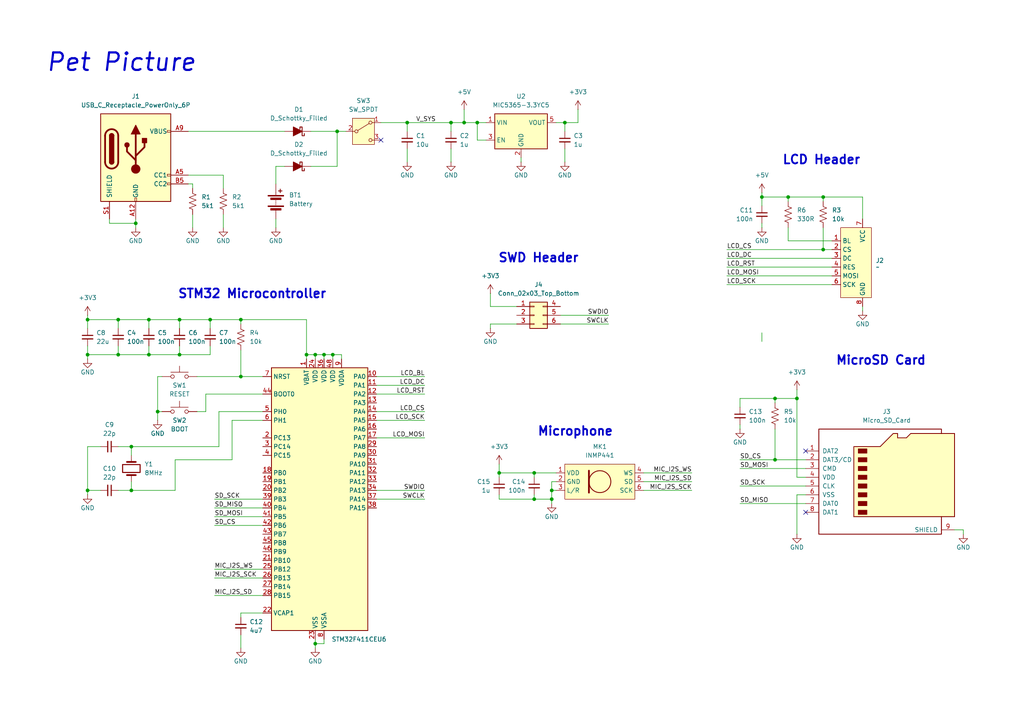
<source format=kicad_sch>
(kicad_sch (version 20231120) (generator "eeschema") (generator_version "8.0")
  (paper "A4")
  (title_block (title "Pet Picture") (date "2025-06-10") (rev "0") (company "Brady Kuhn"))
  (lib_symbols
    (symbol "Connector:Micro_SD_Card" (pin_names (offset 1.016))
      (property "Reference" "J" (at -16.51 15.24 0))
      (property "Value" "Micro_SD_Card" (at 16.51 15.24 0))
      (symbol "Micro_SD_Card_0_1"
        (rectangle (start -7.62 -9.525) (end -5.08 -10.795) (fill (type outline)))
        (rectangle (start -7.62 -6.985) (end -5.08 -8.255) (fill (type outline)))
        (rectangle (start -7.62 -4.445) (end -5.08 -5.715) (fill (type outline)))
        (rectangle (start -7.62 -1.905) (end -5.08 -3.175) (fill (type outline)))
        (rectangle (start -7.62 0.635) (end -5.08 -0.635) (fill (type outline)))
        (rectangle (start -7.62 3.175) (end -5.08 1.905) (fill (type outline)))
        (rectangle (start -7.62 5.715) (end -5.08 4.445) (fill (type outline)))
        (rectangle (start -7.62 8.255) (end -5.08 6.985) (fill (type outline)))
        (polyline (pts (xy 16.51 12.7) (xy 16.51 13.97) (xy -19.05 13.97) (xy -19.05 -16.51) (xy 16.51 -16.51) (xy 16.51 -11.43)) (stroke (width 0.254)))
        (polyline (pts (xy -8.89 -11.43) (xy -8.89 8.89) (xy -1.27 8.89) (xy 2.54 12.7) (xy 3.81 12.7) (xy 3.81 11.43) (xy 6.35 11.43) (xy 7.62 12.7) (xy 20.32 12.7) (xy 20.32 -11.43) (xy -8.89 -11.43)) (stroke (width 0.254)) (fill (type background)))
      )
      (symbol "Micro_SD_Card_1_1"
        (pin bidirectional line (at -22.86 7.62 0) (length 3.81) (name "DAT2") (number "1"))
        (pin bidirectional line (at -22.86 5.08 0) (length 3.81) (name "DAT3/CD") (number "2"))
        (pin input line (at -22.86 2.54 0) (length 3.81) (name "CMD") (number "3"))
        (pin power_in line (at -22.86 0 0) (length 3.81) (name "VDD") (number "4"))
        (pin input line (at -22.86 -2.54 0) (length 3.81) (name "CLK") (number "5"))
        (pin power_in line (at -22.86 -5.08 0) (length 3.81) (name "VSS") (number "6"))
        (pin bidirectional line (at -22.86 -7.62 0) (length 3.81) (name "DAT0") (number "7"))
        (pin bidirectional line (at -22.86 -10.16 0) (length 3.81) (name "DAT1") (number "8"))
        (pin passive line (at 20.32 -15.24 180) (length 3.81) (name "SHIELD") (number "9"))
      )
    )
    (symbol "Connector:USB_C_Receptacle_PowerOnly_6P" (pin_names (offset 1.016))
      (property "Reference" "J" (at 0 16.51 0))
      (property "Value" "USB_C_Receptacle_PowerOnly_6P" (at 0 13.97 0))
      (symbol "USB_C_Receptacle_PowerOnly_6P_0_0"
        (rectangle (start -0.254 -12.7) (end 0.254 -11.684))
        (rectangle (start 10.16 -7.366) (end 9.144 -7.874))
        (rectangle (start 10.16 -4.826) (end 9.144 -5.334))
        (rectangle (start 10.16 7.874) (end 9.144 7.366))
      )
      (symbol "USB_C_Receptacle_PowerOnly_6P_0_1"
        (rectangle (start -10.16 12.7) (end 10.16 -12.7) (stroke (width 0.254)) (fill (type background)))
        (arc (start -8.89 -1.27) (mid -6.985 -3.1667) (end -5.08 -1.27) (stroke (width 0.508)))
        (arc (start -7.62 -1.27) (mid -6.985 -1.9023) (end -6.35 -1.27) (stroke (width 0.254)))
        (arc (start -7.62 -1.27) (mid -6.985 -1.9023) (end -6.35 -1.27) (stroke (width 0.254)) (fill (type outline)))
        (rectangle (start -7.62 -1.27) (end -6.35 6.35) (stroke (width 0.254)) (fill (type outline)))
        (arc (start -6.35 6.35) (mid -6.985 6.9823) (end -7.62 6.35) (stroke (width 0.254)))
        (arc (start -6.35 6.35) (mid -6.985 6.9823) (end -7.62 6.35) (stroke (width 0.254)) (fill (type outline)))
        (arc (start -5.08 6.35) (mid -6.985 8.2467) (end -8.89 6.35) (stroke (width 0.508)))
        (circle (center -2.54 3.683) (radius 0.635) (stroke (width 0.254)) (fill (type outline)))
        (circle (center 0 -3.302) (radius 1.27) (fill (type outline)))
        (polyline (pts (xy -8.89 -1.27) (xy -8.89 6.35)) (stroke (width 0.508)))
        (polyline (pts (xy -5.08 6.35) (xy -5.08 -1.27)) (stroke (width 0.508)))
        (polyline (pts (xy 0 -3.302) (xy 0 6.858)) (stroke (width 0.508)))
        (polyline (pts (xy 0 -0.762) (xy -2.54 1.778) (xy -2.54 3.048)) (stroke (width 0.508)))
        (polyline (pts (xy 0 0.508) (xy 2.54 3.048) (xy 2.54 4.318)) (stroke (width 0.508)))
        (polyline (pts (xy -1.27 6.858) (xy 0 9.398) (xy 1.27 6.858) (xy -1.27 6.858)) (stroke (width 0.254)) (fill (type outline)))
        (rectangle (start 1.905 4.318) (end 3.175 5.588) (stroke (width 0.254)) (fill (type outline)))
      )
      (symbol "USB_C_Receptacle_PowerOnly_6P_1_1"
        (pin passive line (at 0 -17.78 90) (length 5.08) (name "GND") (number "A12"))
        (pin bidirectional line (at 15.24 -5.08 180) (length 5.08) (name "CC1") (number "A5"))
        (pin passive line (at 15.24 7.62 180) (length 5.08) (name "VBUS") (number "A9"))
        (pin passive line (at 0 -17.78 90) (length 5.08) hide (name "GND") (number "B12"))
        (pin bidirectional line (at 15.24 -7.62 180) (length 5.08) (name "CC2") (number "B5"))
        (pin passive line (at 15.24 7.62 180) (length 5.08) hide (name "VBUS") (number "B9"))
        (pin passive line (at -7.62 -17.78 90) (length 5.08) (name "SHIELD") (number "S1"))
      )
    )
    (symbol "Connector_Generic:Conn_02x03_Top_Bottom" (pin_names (offset 1.016) hide)
      (property "Reference" "J" (at 1.27 5.08 0))
      (property "Value" "Conn_02x03_Top_Bottom" (at 1.27 -5.08 0))
      (symbol "Conn_02x03_Top_Bottom_1_1"
        (rectangle (start -1.27 -2.413) (end 0 -2.667) (stroke (width 0.1524)))
        (rectangle (start -1.27 0.127) (end 0 -0.127) (stroke (width 0.1524)))
        (rectangle (start -1.27 2.667) (end 0 2.413) (stroke (width 0.1524)))
        (rectangle (start -1.27 3.81) (end 3.81 -3.81) (stroke (width 0.254)) (fill (type background)))
        (rectangle (start 3.81 -2.413) (end 2.54 -2.667) (stroke (width 0.1524)))
        (rectangle (start 3.81 0.127) (end 2.54 -0.127) (stroke (width 0.1524)))
        (rectangle (start 3.81 2.667) (end 2.54 2.413) (stroke (width 0.1524)))
        (pin passive line (at -5.08 2.54 0) (length 3.81) (name "Pin_1") (number "1"))
        (pin passive line (at -5.08 0 0) (length 3.81) (name "Pin_2") (number "2"))
        (pin passive line (at -5.08 -2.54 0) (length 3.81) (name "Pin_3") (number "3"))
        (pin passive line (at 7.62 2.54 180) (length 3.81) (name "Pin_4") (number "4"))
        (pin passive line (at 7.62 0 180) (length 3.81) (name "Pin_5") (number "5"))
        (pin passive line (at 7.62 -2.54 180) (length 3.81) (name "Pin_6") (number "6"))
      )
    )
    (symbol "Device:Battery" (pin_numbers hide) (pin_names (offset 0) hide)
      (property "Reference" "BT" (at 2.54 2.54 0))
      (property "Value" "Battery" (at 2.54 0 0))
      (symbol "Battery_0_1"
        (rectangle (start -2.286 -1.27) (end 2.286 -1.524) (fill (type outline)))
        (rectangle (start -2.286 1.778) (end 2.286 1.524) (fill (type outline)))
        (rectangle (start -1.524 -2.032) (end 1.524 -2.54) (fill (type outline)))
        (rectangle (start -1.524 1.016) (end 1.524 0.508) (fill (type outline)))
        (polyline (pts (xy 0 -1.016) (xy 0 -0.762)))
        (polyline (pts (xy 0 -0.508) (xy 0 -0.254)))
        (polyline (pts (xy 0 0) (xy 0 0.254)))
        (polyline (pts (xy 0 1.778) (xy 0 2.54)))
        (polyline (pts (xy 0.762 3.048) (xy 1.778 3.048)) (stroke (width 0.254)))
        (polyline (pts (xy 1.27 3.556) (xy 1.27 2.54)) (stroke (width 0.254)))
      )
      (symbol "Battery_1_1"
        (pin passive line (at 0 5.08 270) (length 2.54) (name "+") (number "1"))
        (pin passive line (at 0 -5.08 90) (length 2.54) (name "-") (number "2"))
      )
    )
    (symbol "Device:C_Small" (pin_numbers hide) (pin_names (offset 0.254) hide)
      (property "Reference" "C" (at 0.254 1.778 0))
      (property "Value" "C_Small" (at 0.254 -2.032 0))
      (symbol "C_Small_0_1"
        (polyline (pts (xy -1.524 -0.508) (xy 1.524 -0.508)) (stroke (width 0.3302)))
        (polyline (pts (xy -1.524 0.508) (xy 1.524 0.508)) (stroke (width 0.3048)))
      )
      (symbol "C_Small_1_1"
        (pin passive line (at 0 2.54 270) (length 2.032) (name "~") (number "1"))
        (pin passive line (at 0 -2.54 90) (length 2.032) (name "~") (number "2"))
      )
    )
    (symbol "Device:Crystal" (pin_numbers hide) (pin_names (offset 1.016) hide)
      (property "Reference" "Y" (at 0 3.81 0))
      (property "Value" "Crystal" (at 0 -3.81 0))
      (symbol "Crystal_0_1"
        (rectangle (start -1.143 2.54) (end 1.143 -2.54) (stroke (width 0.3048)))
        (polyline (pts (xy -2.54 0) (xy -1.905 0)))
        (polyline (pts (xy -1.905 -1.27) (xy -1.905 1.27)) (stroke (width 0.508)))
        (polyline (pts (xy 1.905 -1.27) (xy 1.905 1.27)) (stroke (width 0.508)))
        (polyline (pts (xy 2.54 0) (xy 1.905 0)))
      )
      (symbol "Crystal_1_1"
        (pin passive line (at -3.81 0 0) (length 1.27) (name "1") (number "1"))
        (pin passive line (at 3.81 0 180) (length 1.27) (name "2") (number "2"))
      )
    )
    (symbol "Device:D_Schottky_Filled" (pin_numbers hide) (pin_names (offset 1.016) hide)
      (property "Reference" "D" (at 0 2.54 0))
      (property "Value" "D_Schottky_Filled" (at 0 -2.54 0))
      (symbol "D_Schottky_Filled_0_1"
        (polyline (pts (xy 1.27 0) (xy -1.27 0)))
        (polyline (pts (xy 1.27 1.27) (xy 1.27 -1.27) (xy -1.27 0) (xy 1.27 1.27)) (stroke (width 0.254)) (fill (type outline)))
        (polyline (pts (xy -1.905 0.635) (xy -1.905 1.27) (xy -1.27 1.27) (xy -1.27 -1.27) (xy -0.635 -1.27) (xy -0.635 -0.635)) (stroke (width 0.254)))
      )
      (symbol "D_Schottky_Filled_1_1"
        (pin passive line (at -3.81 0 0) (length 2.54) (name "K") (number "1"))
        (pin passive line (at 3.81 0 180) (length 2.54) (name "A") (number "2"))
      )
    )
    (symbol "Device:R_US" (pin_numbers hide) (pin_names (offset 0))
      (property "Reference" "R" (at 2.54 0 90))
      (property "Value" "R_US" (at -2.54 0 90))
      (symbol "R_US_0_1"
        (polyline (pts (xy 0 -2.286) (xy 0 -2.54)))
        (polyline (pts (xy 0 2.286) (xy 0 2.54)))
        (polyline (pts (xy 0 -0.762) (xy 1.016 -1.143) (xy 0 -1.524) (xy -1.016 -1.905) (xy 0 -2.286)))
        (polyline (pts (xy 0 0.762) (xy 1.016 0.381) (xy 0 0) (xy -1.016 -0.381) (xy 0 -0.762)))
        (polyline (pts (xy 0 2.286) (xy 1.016 1.905) (xy 0 1.524) (xy -1.016 1.143) (xy 0 0.762)))
      )
      (symbol "R_US_1_1"
        (pin passive line (at 0 3.81 270) (length 1.27) (name "~") (number "1"))
        (pin passive line (at 0 -3.81 90) (length 1.27) (name "~") (number "2"))
      )
    )
    (symbol "Headers:9-pin_LCD_header"
      (property "Reference" "J" (at 10.16 1.27 0))
      (symbol "9-pin_LCD_header_1_1"
        (rectangle (start 0 0) (end 20.32 -8.89) (fill (type background)))
        (pin input line (at 3.81 -11.43 90) (length 2.54) (name "BL") (number "1"))
        (pin input line (at 6.35 -11.43 90) (length 2.54) (name "CS") (number "2"))
        (pin input line (at 8.89 -11.43 90) (length 2.54) (name "DC") (number "3"))
        (pin input line (at 11.43 -11.43 90) (length 2.54) (name "RES") (number "4"))
        (pin input line (at 13.97 -11.43 90) (length 2.54) (name "MOSI") (number "5"))
        (pin input line (at 16.51 -11.43 90) (length 2.54) (name "SCK") (number "6"))
        (pin power_in line (at -2.54 -2.54 0) (length 2.54) (name "VCC") (number "7"))
        (pin power_in line (at 22.86 -2.54 180) (length 2.54) (name "GND") (number "8"))
      )
    )
    (symbol "MCU_ST_STM32F4:STM32F411CEUx"
      (property "Reference" "U" (at -12.7 39.37 0))
      (property "Value" "STM32F411CEUx" (at 10.16 39.37 0))
      (symbol "STM32F411CEUx_0_1"
        (rectangle (start -12.7 -38.1) (end 15.24 38.1) (stroke (width 0.254)) (fill (type background)))
      )
      (symbol "STM32F411CEUx_1_1"
        (pin power_in line (at -2.54 40.64 270) (length 2.54) (name "VBAT") (number "1"))
        (pin bidirectional line (at 17.78 35.56 180) (length 2.54) (name "PA0") (number "10"))
        (pin bidirectional line (at 17.78 33.02 180) (length 2.54) (name "PA1") (number "11"))
        (pin bidirectional line (at 17.78 30.48 180) (length 2.54) (name "PA2") (number "12"))
        (pin bidirectional line (at 17.78 27.94 180) (length 2.54) (name "PA3") (number "13"))
        (pin bidirectional line (at 17.78 25.4 180) (length 2.54) (name "PA4") (number "14"))
        (pin bidirectional line (at 17.78 22.86 180) (length 2.54) (name "PA5") (number "15"))
        (pin bidirectional line (at 17.78 20.32 180) (length 2.54) (name "PA6") (number "16"))
        (pin bidirectional line (at 17.78 17.78 180) (length 2.54) (name "PA7") (number "17"))
        (pin bidirectional line (at -15.24 7.62 0) (length 2.54) (name "PB0") (number "18"))
        (pin bidirectional line (at -15.24 5.08 0) (length 2.54) (name "PB1") (number "19"))
        (pin bidirectional line (at -15.24 17.78 0) (length 2.54) (name "PC13") (number "2"))
        (pin bidirectional line (at -15.24 2.54 0) (length 2.54) (name "PB2") (number "20"))
        (pin bidirectional line (at -15.24 -17.78 0) (length 2.54) (name "PB10") (number "21"))
        (pin power_out line (at -15.24 -33.02 0) (length 2.54) (name "VCAP1") (number "22"))
        (pin power_in line (at 0 -40.64 90) (length 2.54) (name "VSS") (number "23"))
        (pin power_in line (at 0 40.64 270) (length 2.54) (name "VDD") (number "24"))
        (pin bidirectional line (at -15.24 -20.32 0) (length 2.54) (name "PB12") (number "25"))
        (pin bidirectional line (at -15.24 -22.86 0) (length 2.54) (name "PB13") (number "26"))
        (pin bidirectional line (at -15.24 -25.4 0) (length 2.54) (name "PB14") (number "27"))
        (pin bidirectional line (at -15.24 -27.94 0) (length 2.54) (name "PB15") (number "28"))
        (pin bidirectional line (at 17.78 15.24 180) (length 2.54) (name "PA8") (number "29"))
        (pin bidirectional line (at -15.24 15.24 0) (length 2.54) (name "PC14") (number "3"))
        (pin bidirectional line (at 17.78 12.7 180) (length 2.54) (name "PA9") (number "30"))
        (pin bidirectional line (at 17.78 10.16 180) (length 2.54) (name "PA10") (number "31"))
        (pin bidirectional line (at 17.78 7.62 180) (length 2.54) (name "PA11") (number "32"))
        (pin bidirectional line (at 17.78 5.08 180) (length 2.54) (name "PA12") (number "33"))
        (pin bidirectional line (at 17.78 2.54 180) (length 2.54) (name "PA13") (number "34"))
        (pin passive line (at 0 -40.64 90) (length 2.54) hide (name "VSS") (number "35"))
        (pin power_in line (at 2.54 40.64 270) (length 2.54) (name "VDD") (number "36"))
        (pin bidirectional line (at 17.78 0 180) (length 2.54) (name "PA14") (number "37"))
        (pin bidirectional line (at 17.78 -2.54 180) (length 2.54) (name "PA15") (number "38"))
        (pin bidirectional line (at -15.24 0 0) (length 2.54) (name "PB3") (number "39"))
        (pin bidirectional line (at -15.24 12.7 0) (length 2.54) (name "PC15") (number "4"))
        (pin bidirectional line (at -15.24 -2.54 0) (length 2.54) (name "PB4") (number "40"))
        (pin bidirectional line (at -15.24 -5.08 0) (length 2.54) (name "PB5") (number "41"))
        (pin bidirectional line (at -15.24 -7.62 0) (length 2.54) (name "PB6") (number "42"))
        (pin bidirectional line (at -15.24 -10.16 0) (length 2.54) (name "PB7") (number "43"))
        (pin input line (at -15.24 30.48 0) (length 2.54) (name "BOOT0") (number "44"))
        (pin bidirectional line (at -15.24 -12.7 0) (length 2.54) (name "PB8") (number "45"))
        (pin bidirectional line (at -15.24 -15.24 0) (length 2.54) (name "PB9") (number "46"))
        (pin passive line (at 0 -40.64 90) (length 2.54) hide (name "VSS") (number "47"))
        (pin power_in line (at 5.08 40.64 270) (length 2.54) (name "VDD") (number "48"))
        (pin passive line (at 0 -40.64 90) (length 2.54) hide (name "VSS") (number "49"))
        (pin bidirectional line (at -15.24 25.4 0) (length 2.54) (name "PH0") (number "5"))
        (pin bidirectional line (at -15.24 22.86 0) (length 2.54) (name "PH1") (number "6"))
        (pin input line (at -15.24 35.56 0) (length 2.54) (name "NRST") (number "7"))
        (pin power_in line (at 2.54 -40.64 90) (length 2.54) (name "VSSA") (number "8"))
        (pin power_in line (at 7.62 40.64 270) (length 2.54) (name "VDDA") (number "9"))
      )
    )
    (symbol "Microphone:INMP441"
      (property "Reference" "MK" (at 10.16 3.556 0))
      (property "Value" "INMP441" (at 10.16 1.27 0))
      (symbol "INMP441_1_1"
        (polyline (pts (xy 6.985 -1.905) (xy 6.985 -8.255)) (stroke (width 0.508)))
        (rectangle (start 0 0) (end 20.32 -10.16) (fill (type background)))
        (circle (center 10.16 -5.08) (radius 3.175) (stroke (width 0.254)))
        (pin bidirectional line (at -2.54 -2.54 0) (length 2.54) (name "VDD") (number "1"))
        (pin bidirectional line (at -2.54 -5.08 0) (length 2.54) (name "GND") (number "2"))
        (pin bidirectional line (at -2.54 -7.62 0) (length 2.54) (name "L/R") (number "3"))
        (pin bidirectional line (at 22.86 -2.54 180) (length 2.54) (name "WS") (number "4"))
        (pin bidirectional line (at 22.86 -5.08 180) (length 2.54) (name "SD") (number "5"))
        (pin bidirectional line (at 22.86 -7.62 180) (length 2.54) (name "SCK") (number "6"))
      )
    )
    (symbol "Regulator_Linear:MIC5365-3.3YC5"
      (property "Reference" "U" (at -6.35 6.35 0))
      (property "Value" "MIC5365-3.3YC5" (at 0 6.35 0))
      (symbol "MIC5365-3.3YC5_0_1"
        (rectangle (start -7.62 -5.08) (end 7.62 5.08) (stroke (width 0.254)) (fill (type background)))
      )
      (symbol "MIC5365-3.3YC5_1_1"
        (pin power_in line (at -10.16 2.54 0) (length 2.54) (name "VIN") (number "1"))
        (pin power_in line (at 0 -7.62 90) (length 2.54) (name "GND") (number "2"))
        (pin input line (at -10.16 -2.54 0) (length 2.54) (name "EN") (number "3"))
        (pin no_connect line (at 7.62 -2.54 180) (length 2.54) hide (name "NC") (number "4"))
        (pin power_out line (at 10.16 2.54 180) (length 2.54) (name "VOUT") (number "5"))
      )
    )
    (symbol "Switch:SW_Push" (pin_numbers hide) (pin_names (offset 1.016) hide)
      (property "Reference" "SW" (at 1.27 2.54 0))
      (property "Value" "SW_Push" (at 0 -1.524 0))
      (symbol "SW_Push_0_1"
        (circle (center -2.032 0) (radius 0.508))
        (polyline (pts (xy 0 1.27) (xy 0 3.048)))
        (polyline (pts (xy 2.54 1.27) (xy -2.54 1.27)))
        (circle (center 2.032 0) (radius 0.508))
        (pin passive line (at -5.08 0 0) (length 2.54) (name "1") (number "1"))
        (pin passive line (at 5.08 0 180) (length 2.54) (name "2") (number "2"))
      )
    )
    (symbol "Switch:SW_SPDT" (pin_names (offset 0) hide)
      (property "Reference" "SW" (at 0 5.08 0))
      (property "Value" "SW_SPDT" (at 0 -5.08 0))
      (symbol "SW_SPDT_0_1"
        (circle (center -2.032 0) (radius 0.4572))
        (polyline (pts (xy -1.651 0.254) (xy 1.651 2.286)))
        (circle (center 2.032 -2.54) (radius 0.4572))
        (circle (center 2.032 2.54) (radius 0.4572))
      )
      (symbol "SW_SPDT_1_1"
        (rectangle (start -3.175 3.81) (end 3.175 -3.81) (fill (type background)))
        (pin passive line (at 5.08 2.54 180) (length 2.54) (name "A") (number "1"))
        (pin passive line (at -5.08 0 0) (length 2.54) (name "B") (number "2"))
        (pin passive line (at 5.08 -2.54 180) (length 2.54) (name "C") (number "3"))
      )
    )
    (symbol "power:+3V3" (power) (pin_numbers hide) (pin_names (offset 0) hide)
      (property "Value" "+3V3" (at 0 3.556 0))
      (symbol "+3V3_0_1"
        (polyline (pts (xy -0.762 1.27) (xy 0 2.54)))
        (polyline (pts (xy 0 0) (xy 0 2.54)))
        (polyline (pts (xy 0 2.54) (xy 0.762 1.27)))
      )
      (symbol "+3V3_1_1"
        (pin power_in line (at 0 0 90) (length 0) (name "~") (number "1"))
      )
    )
    (symbol "power:+5V" (power) (pin_numbers hide) (pin_names (offset 0) hide)
      (property "Value" "+5V" (at 0 3.556 0))
      (symbol "+5V_0_1"
        (polyline (pts (xy -0.762 1.27) (xy 0 2.54)))
        (polyline (pts (xy 0 0) (xy 0 2.54)))
        (polyline (pts (xy 0 2.54) (xy 0.762 1.27)))
      )
      (symbol "+5V_1_1"
        (pin power_in line (at 0 0 90) (length 0) (name "~") (number "1"))
      )
    )
    (symbol "power:GND" (power) (pin_numbers hide) (pin_names (offset 0) hide)
      (property "Value" "GND" (at 0 -3.81 0))
      (symbol "GND_0_1"
        (polyline (pts (xy 0 0) (xy 0 -1.27) (xy 1.27 -1.27) (xy 0 -2.54) (xy -1.27 -1.27) (xy 0 -1.27)))
      )
      (symbol "GND_1_1"
        (pin power_in line (at 0 0 270) (length 0) (name "~") (number "1"))
      )
    )
  )
  (junction (at 43.18 92.71))
  (junction (at 45.72 119.38))
  (junction (at 25.4 102.87))
  (junction (at 52.07 92.71))
  (junction (at 88.9 102.87))
  (junction (at 69.85 92.71))
  (junction (at 238.76 72.39))
  (junction (at 238.76 57.15))
  (junction (at 144.78 137.16))
  (junction (at 25.4 142.24))
  (junction (at 39.37 64.77))
  (junction (at 52.07 102.87))
  (junction (at 118.11 35.56))
  (junction (at 38.1 142.24))
  (junction (at 60.96 92.71))
  (junction (at 163.83 35.56))
  (junction (at 224.79 133.35))
  (junction (at 38.1 129.54))
  (junction (at 93.98 102.87))
  (junction (at 154.94 144.78))
  (junction (at 34.29 92.71))
  (junction (at 69.85 109.22))
  (junction (at 160.02 144.78))
  (junction (at 228.6 57.15))
  (junction (at 154.94 137.16))
  (junction (at 25.4 92.71))
  (junction (at 134.62 35.56))
  (junction (at 224.79 115.57))
  (junction (at 91.44 186.69))
  (junction (at 231.14 115.57))
  (junction (at 43.18 102.87))
  (junction (at 91.44 102.87))
  (junction (at 220.98 57.15))
  (junction (at 160.02 142.24))
  (junction (at 97.79 38.1))
  (junction (at 138.43 35.56))
  (junction (at 96.52 102.87))
  (junction (at 34.29 102.87))
  (junction (at 130.81 35.56))
  (no_connect (at 110.49 40.64))
  (no_connect (at 233.68 148.59))
  (no_connect (at 233.68 130.81))
  (wire (pts (xy 93.98 186.69) (xy 91.44 186.69)))
  (wire (pts (xy 34.29 92.71) (xy 43.18 92.71)))
  (wire (pts (xy 160.02 139.7) (xy 160.02 142.24)))
  (wire (pts (xy 39.37 66.04) (xy 39.37 64.77)))
  (wire (pts (xy 214.63 118.11) (xy 214.63 115.57)))
  (wire (pts (xy 62.23 165.1) (xy 76.2 165.1)))
  (wire (pts (xy 109.22 142.24) (xy 123.19 142.24)))
  (wire (pts (xy 25.4 142.24) (xy 25.4 143.51)))
  (wire (pts (xy 80.01 63.5) (xy 80.01 66.04)))
  (wire (pts (xy 210.82 82.55) (xy 241.3 82.55)))
  (wire (pts (xy 54.61 38.1) (xy 82.55 38.1)))
  (wire (pts (xy 62.23 167.64) (xy 76.2 167.64)))
  (wire (pts (xy 186.69 139.7) (xy 200.66 139.7)))
  (wire (pts (xy 76.2 119.38) (xy 63.5 119.38)))
  (wire (pts (xy 109.22 144.78) (xy 123.19 144.78)))
  (wire (pts (xy 50.8 133.35) (xy 50.8 142.24)))
  (wire (pts (xy 210.82 77.47) (xy 241.3 77.47)))
  (wire (pts (xy 43.18 102.87) (xy 34.29 102.87)))
  (wire (pts (xy 214.63 115.57) (xy 224.79 115.57)))
  (wire (pts (xy 90.17 48.26) (xy 97.79 48.26)))
  (wire (pts (xy 34.29 129.54) (xy 38.1 129.54)))
  (wire (pts (xy 46.99 109.22) (xy 45.72 109.22)))
  (wire (pts (xy 220.98 57.15) (xy 228.6 57.15)))
  (wire (pts (xy 69.85 101.6) (xy 69.85 109.22)))
  (wire (pts (xy 110.49 35.56) (xy 118.11 35.56)))
  (wire (pts (xy 38.1 142.24) (xy 34.29 142.24)))
  (wire (pts (xy 109.22 114.3) (xy 123.19 114.3)))
  (wire (pts (xy 231.14 115.57) (xy 231.14 138.43)))
  (wire (pts (xy 25.4 92.71) (xy 34.29 92.71)))
  (wire (pts (xy 64.77 50.8) (xy 64.77 54.61)))
  (wire (pts (xy 154.94 138.43) (xy 154.94 137.16)))
  (wire (pts (xy 62.23 152.4) (xy 76.2 152.4)))
  (wire (pts (xy 214.63 146.05) (xy 233.68 146.05)))
  (wire (pts (xy 57.15 109.22) (xy 69.85 109.22)))
  (wire (pts (xy 63.5 119.38) (xy 63.5 129.54)))
  (wire (pts (xy 109.22 111.76) (xy 123.19 111.76)))
  (wire (pts (xy 63.5 129.54) (xy 38.1 129.54)))
  (wire (pts (xy 60.96 100.33) (xy 60.96 102.87)))
  (wire (pts (xy 69.85 177.8) (xy 69.85 179.07)))
  (wire (pts (xy 31.75 64.77) (xy 39.37 64.77)))
  (wire (pts (xy 276.86 153.67) (xy 279.4 153.67)))
  (wire (pts (xy 233.68 138.43) (xy 231.14 138.43)))
  (wire (pts (xy 50.8 133.35) (xy 67.31 133.35)))
  (wire (pts (xy 69.85 184.15) (xy 69.85 187.96)))
  (wire (pts (xy 25.4 95.25) (xy 25.4 92.71)))
  (wire (pts (xy 220.98 64.77) (xy 220.98 66.04)))
  (wire (pts (xy 97.79 38.1) (xy 90.17 38.1)))
  (wire (pts (xy 228.6 57.15) (xy 228.6 58.42)))
  (wire (pts (xy 238.76 66.04) (xy 238.76 72.39)))
  (wire (pts (xy 43.18 92.71) (xy 52.07 92.71)))
  (wire (pts (xy 162.56 91.44) (xy 176.53 91.44)))
  (wire (pts (xy 54.61 50.8) (xy 64.77 50.8)))
  (wire (pts (xy 80.01 53.34) (xy 80.01 48.26)))
  (wire (pts (xy 91.44 102.87) (xy 91.44 104.14)))
  (wire (pts (xy 109.22 109.22) (xy 123.19 109.22)))
  (wire (pts (xy 52.07 92.71) (xy 52.07 95.25)))
  (wire (pts (xy 69.85 92.71) (xy 88.9 92.71)))
  (wire (pts (xy 149.86 88.9) (xy 142.24 88.9)))
  (wire (pts (xy 167.64 35.56) (xy 163.83 35.56)))
  (wire (pts (xy 67.31 121.92) (xy 76.2 121.92)))
  (wire (pts (xy 60.96 102.87) (xy 52.07 102.87)))
  (wire (pts (xy 97.79 48.26) (xy 97.79 38.1)))
  (wire (pts (xy 151.13 45.72) (xy 151.13 46.99)))
  (wire (pts (xy 154.94 144.78) (xy 160.02 144.78)))
  (wire (pts (xy 54.61 53.34) (xy 55.88 53.34)))
  (wire (pts (xy 130.81 35.56) (xy 130.81 38.1)))
  (wire (pts (xy 238.76 57.15) (xy 250.19 57.15)))
  (wire (pts (xy 99.06 102.87) (xy 96.52 102.87)))
  (wire (pts (xy 220.98 55.88) (xy 220.98 57.15)))
  (wire (pts (xy 69.85 92.71) (xy 69.85 93.98)))
  (wire (pts (xy 52.07 92.71) (xy 60.96 92.71)))
  (wire (pts (xy 154.94 143.51) (xy 154.94 144.78)))
  (wire (pts (xy 210.82 74.93) (xy 241.3 74.93)))
  (wire (pts (xy 25.4 142.24) (xy 25.4 129.54)))
  (wire (pts (xy 220.98 57.15) (xy 220.98 59.69)))
  (wire (pts (xy 279.4 153.67) (xy 279.4 154.94)))
  (wire (pts (xy 109.22 119.38) (xy 123.19 119.38)))
  (wire (pts (xy 64.77 62.23) (xy 64.77 66.04)))
  (wire (pts (xy 93.98 102.87) (xy 93.98 104.14)))
  (wire (pts (xy 76.2 177.8) (xy 69.85 177.8)))
  (wire (pts (xy 163.83 38.1) (xy 163.83 35.56)))
  (wire (pts (xy 88.9 102.87) (xy 88.9 104.14)))
  (wire (pts (xy 210.82 72.39) (xy 238.76 72.39)))
  (wire (pts (xy 154.94 137.16) (xy 161.29 137.16)))
  (wire (pts (xy 99.06 104.14) (xy 99.06 102.87)))
  (wire (pts (xy 162.56 93.98) (xy 176.53 93.98)))
  (wire (pts (xy 55.88 62.23) (xy 55.88 66.04)))
  (wire (pts (xy 224.79 124.46) (xy 224.79 133.35)))
  (wire (pts (xy 69.85 109.22) (xy 76.2 109.22)))
  (wire (pts (xy 118.11 38.1) (xy 118.11 35.56)))
  (wire (pts (xy 62.23 147.32) (xy 76.2 147.32)))
  (wire (pts (xy 45.72 119.38) (xy 46.99 119.38)))
  (wire (pts (xy 80.01 48.26) (xy 82.55 48.26)))
  (wire (pts (xy 228.6 69.85) (xy 241.3 69.85)))
  (wire (pts (xy 144.78 143.51) (xy 144.78 144.78)))
  (wire (pts (xy 186.69 137.16) (xy 200.66 137.16)))
  (wire (pts (xy 214.63 140.97) (xy 233.68 140.97)))
  (wire (pts (xy 231.14 143.51) (xy 231.14 154.94)))
  (wire (pts (xy 50.8 142.24) (xy 38.1 142.24)))
  (wire (pts (xy 138.43 35.56) (xy 140.97 35.56)))
  (wire (pts (xy 220.98 96.52) (xy 220.98 99.06)))
  (wire (pts (xy 34.29 95.25) (xy 34.29 92.71)))
  (wire (pts (xy 93.98 185.42) (xy 93.98 186.69)))
  (wire (pts (xy 62.23 149.86) (xy 76.2 149.86)))
  (wire (pts (xy 25.4 100.33) (xy 25.4 102.87)))
  (wire (pts (xy 144.78 144.78) (xy 154.94 144.78)))
  (wire (pts (xy 214.63 123.19) (xy 214.63 124.46)))
  (wire (pts (xy 97.79 38.1) (xy 100.33 38.1)))
  (wire (pts (xy 142.24 88.9) (xy 142.24 85.09)))
  (wire (pts (xy 91.44 186.69) (xy 91.44 187.96)))
  (wire (pts (xy 228.6 66.04) (xy 228.6 69.85)))
  (wire (pts (xy 130.81 35.56) (xy 134.62 35.56)))
  (wire (pts (xy 55.88 53.34) (xy 55.88 54.61)))
  (wire (pts (xy 228.6 57.15) (xy 238.76 57.15)))
  (wire (pts (xy 134.62 35.56) (xy 138.43 35.56)))
  (wire (pts (xy 149.86 93.98) (xy 142.24 93.98)))
  (wire (pts (xy 109.22 127) (xy 123.19 127)))
  (wire (pts (xy 142.24 93.98) (xy 142.24 95.25)))
  (wire (pts (xy 34.29 100.33) (xy 34.29 102.87)))
  (wire (pts (xy 224.79 115.57) (xy 224.79 116.84)))
  (wire (pts (xy 31.75 63.5) (xy 31.75 64.77)))
  (wire (pts (xy 96.52 102.87) (xy 93.98 102.87)))
  (wire (pts (xy 38.1 139.7) (xy 38.1 142.24)))
  (wire (pts (xy 96.52 104.14) (xy 96.52 102.87)))
  (wire (pts (xy 250.19 57.15) (xy 250.19 63.5)))
  (wire (pts (xy 144.78 138.43) (xy 144.78 137.16)))
  (wire (pts (xy 118.11 35.56) (xy 130.81 35.56)))
  (wire (pts (xy 250.19 90.17) (xy 250.19 88.9)))
  (wire (pts (xy 224.79 115.57) (xy 231.14 115.57)))
  (wire (pts (xy 161.29 139.7) (xy 160.02 139.7)))
  (wire (pts (xy 39.37 63.5) (xy 39.37 64.77)))
  (wire (pts (xy 130.81 43.18) (xy 130.81 46.99)))
  (wire (pts (xy 43.18 92.71) (xy 43.18 95.25)))
  (wire (pts (xy 25.4 129.54) (xy 29.21 129.54)))
  (wire (pts (xy 67.31 133.35) (xy 67.31 121.92)))
  (wire (pts (xy 59.69 119.38) (xy 59.69 114.3)))
  (wire (pts (xy 160.02 142.24) (xy 160.02 144.78)))
  (wire (pts (xy 62.23 172.72) (xy 76.2 172.72)))
  (wire (pts (xy 60.96 92.71) (xy 60.96 95.25)))
  (wire (pts (xy 88.9 92.71) (xy 88.9 102.87)))
  (wire (pts (xy 214.63 133.35) (xy 224.79 133.35)))
  (wire (pts (xy 163.83 43.18) (xy 163.83 46.99)))
  (wire (pts (xy 25.4 102.87) (xy 25.4 104.14)))
  (wire (pts (xy 91.44 102.87) (xy 88.9 102.87)))
  (wire (pts (xy 186.69 142.24) (xy 200.66 142.24)))
  (wire (pts (xy 163.83 35.56) (xy 161.29 35.56)))
  (wire (pts (xy 214.63 135.89) (xy 233.68 135.89)))
  (wire (pts (xy 140.97 40.64) (xy 138.43 40.64)))
  (wire (pts (xy 60.96 92.71) (xy 69.85 92.71)))
  (wire (pts (xy 25.4 91.44) (xy 25.4 92.71)))
  (wire (pts (xy 45.72 109.22) (xy 45.72 119.38)))
  (wire (pts (xy 224.79 133.35) (xy 233.68 133.35)))
  (wire (pts (xy 144.78 134.62) (xy 144.78 137.16)))
  (wire (pts (xy 25.4 102.87) (xy 34.29 102.87)))
  (wire (pts (xy 160.02 142.24) (xy 161.29 142.24)))
  (wire (pts (xy 231.14 113.03) (xy 231.14 115.57)))
  (wire (pts (xy 138.43 40.64) (xy 138.43 35.56)))
  (wire (pts (xy 210.82 80.01) (xy 241.3 80.01)))
  (wire (pts (xy 38.1 129.54) (xy 38.1 132.08)))
  (wire (pts (xy 160.02 144.78) (xy 160.02 146.05)))
  (wire (pts (xy 93.98 102.87) (xy 91.44 102.87)))
  (wire (pts (xy 57.15 119.38) (xy 59.69 119.38)))
  (wire (pts (xy 52.07 102.87) (xy 43.18 102.87)))
  (wire (pts (xy 241.3 72.39) (xy 238.76 72.39)))
  (wire (pts (xy 238.76 58.42) (xy 238.76 57.15)))
  (wire (pts (xy 109.22 121.92) (xy 123.19 121.92)))
  (wire (pts (xy 45.72 119.38) (xy 45.72 121.92)))
  (wire (pts (xy 118.11 43.18) (xy 118.11 46.99)))
  (wire (pts (xy 233.68 143.51) (xy 231.14 143.51)))
  (wire (pts (xy 62.23 144.78) (xy 76.2 144.78)))
  (wire (pts (xy 43.18 100.33) (xy 43.18 102.87)))
  (wire (pts (xy 29.21 142.24) (xy 25.4 142.24)))
  (wire (pts (xy 59.69 114.3) (xy 76.2 114.3)))
  (wire (pts (xy 134.62 31.75) (xy 134.62 35.56)))
  (wire (pts (xy 91.44 185.42) (xy 91.44 186.69)))
  (wire (pts (xy 144.78 137.16) (xy 154.94 137.16)))
  (wire (pts (xy 167.64 31.75) (xy 167.64 35.56)))
  (wire (pts (xy 52.07 100.33) (xy 52.07 102.87)))
  (text "STM32 Microcontroller" (at 73.152 85.344 0) (effects (font (size 2.54 2.54) (thickness 0.508) (bold yes))))
  (text "LCD Header" (at 238.252 46.482 0) (effects (font (size 2.54 2.54) (thickness 0.508) (bold yes))))
  (text "SWD Header" (at 156.21 74.93 0) (effects (font (size 2.54 2.54) (thickness 0.508) (bold yes))))
  (text "Pet Picture" (at 13.208 15.24 0) (effects (font (size 5.08 5.08) (thickness 0.635) (italic yes)) (justify left top)))
  (text "MicroSD Card" (at 255.524 104.648 0) (effects (font (size 2.54 2.54) (thickness 0.508) (bold yes))))
  (text "Microphone" (at 166.878 125.222 0) (effects (font (size 2.54 2.54) (thickness 0.508) (bold yes))))
  (label "SD_SCK" (at 62.23 144.78 0))
  (label "LCD_DC" (at 210.82 74.93 0))
  (label "LCD_DC" (at 123.19 111.76 180))
  (label "LCD_CS" (at 123.19 119.38 180))
  (label "SD_CS" (at 214.63 133.35 0))
  (label "LCD_CS" (at 210.82 72.39 0))
  (label "SD_CS" (at 62.23 152.4 0))
  (label "LCD_SCK" (at 210.82 82.55 0))
  (label "SWDIO" (at 176.53 91.44 180))
  (label "MIC_I2S_SCK" (at 200.66 142.24 180))
  (label "MIC_I2S_SD" (at 200.66 139.7 180))
  (label "SD_SCK" (at 214.63 140.97 0))
  (label "LCD_MOSI" (at 210.82 80.01 0))
  (label "LCD_MOSI" (at 123.19 127 180))
  (label "MIC_I2S_SCK" (at 62.23 167.64 0))
  (label "SD_MISO" (at 214.63 146.05 0))
  (label "LCD_BL" (at 123.19 109.22 180))
  (label "LCD_RST" (at 210.82 77.47 0))
  (label "SWCLK" (at 176.53 93.98 180))
  (label "SD_MOSI" (at 214.63 135.89 0))
  (label "LCD_SCK" (at 123.19 121.92 180))
  (label "SD_MISO" (at 62.23 147.32 0))
  (label "MIC_I2S_WS" (at 62.23 165.1 0))
  (label "LCD_RST" (at 123.19 114.3 180))
  (label "MIC_I2S_WS" (at 200.66 137.16 180))
  (label "SWCLK" (at 123.19 144.78 180))
  (label "SD_MOSI" (at 62.23 149.86 0))
  (label "MIC_I2S_SD" (at 62.23 172.72 0))
  (label "V_SYS" (at 120.65 35.56 0))
  (label "SWDIO" (at 123.19 142.24 180))
  (symbol (lib_id "power:GND") (at 214.63 124.46 0) (unit 1)
    (property "Reference" "#PWR022" (effects (hide yes)))
    (property "Value" "GND" (at 214.63 128.27 0))
    (property "Description" "Power symbol creates a global label with name \"GND\" , ground" (effects (hide yes)))
  )
  (symbol (lib_id "Device:C_Small") (at 130.81 40.64 0) (unit 1)
    (property "Reference" "C2" (at 133.35 39.3762 0) (effects (justify left)))
    (property "Value" "1u" (at 133.35 41.9162 0) (effects (justify left)))
    (property "Description" "Unpolarized capacitor, small symbol" (effects (hide yes)))
  )
  (symbol (lib_id "power:GND") (at 55.88 66.04 0) (unit 1)
    (property "Reference" "#PWR02" (effects (hide yes)))
    (property "Value" "GND" (at 55.88 69.85 0))
    (property "Description" "Power symbol creates a global label with name \"GND\" , ground" (effects (hide yes)))
  )
  (symbol (lib_id "Headers:9-pin_LCD_header") (at 252.73 66.04 270) (unit 1)
    (property "Reference" "J2" (at 254 75.5649 90) (effects (justify left)))
    (property "Value" "~" (at 254 77.47 90) (effects (justify left)))
    (property "Footprint" "Connector_PinSocket_2.54mm:PinSocket_1x08_P2.54mm_Vertical" (effects (hide yes)))
  )
  (symbol (lib_id "power:GND") (at 25.4 143.51 0) (mirror y) (unit 1)
    (property "Reference" "#PWR013" (effects (hide yes)))
    (property "Value" "GND" (at 25.4 147.32 0))
    (property "Description" "Power symbol creates a global label with name \"GND\" , ground" (effects (hide yes)))
  )
  (symbol (lib_id "power:GND") (at 142.24 95.25 0) (unit 1)
    (property "Reference" "#PWR027" (effects (hide yes)))
    (property "Value" "GND" (at 142.24 99.06 0))
    (property "Description" "Power symbol creates a global label with name \"GND\" , ground" (effects (hide yes)))
  )
  (symbol (lib_id "power:GND") (at 118.11 46.99 0) (unit 1)
    (property "Reference" "#PWR05" (effects (hide yes)))
    (property "Value" "GND" (at 118.11 50.8 0))
    (property "Description" "Power symbol creates a global label with name \"GND\" , ground" (effects (hide yes)))
  )
  (symbol (lib_id "Device:C_Small") (at 220.98 62.23 0) (unit 1)
    (property "Reference" "C11" (at 218.44 60.9662 0) (effects (justify right)))
    (property "Value" "100n" (at 218.44 63.5062 0) (effects (justify right)))
    (property "Description" "Unpolarized capacitor, small symbol" (effects (hide yes)))
  )
  (symbol (lib_id "Device:C_Small") (at 34.29 97.79 0) (unit 1)
    (property "Reference" "C4" (at 36.83 96.5262 0) (effects (justify left)))
    (property "Value" "100n" (at 36.83 99.0662 0) (effects (justify left)))
    (property "Description" "Unpolarized capacitor, small symbol" (effects (hide yes)))
  )
  (symbol (lib_id "power:+3V3") (at 142.24 85.09 0) (unit 1)
    (property "Reference" "#PWR026" (effects (hide yes)))
    (property "Value" "+3V3" (at 142.24 80.01 0))
    (property "Description" "Power symbol creates a global label with name \"+3V3\"" (effects (hide yes)))
  )
  (symbol (lib_id "power:GND") (at 220.98 66.04 0) (unit 1)
    (property "Reference" "#PWR017" (effects (hide yes)))
    (property "Value" "GND" (at 220.98 69.85 0))
    (property "Description" "Power symbol creates a global label with name \"GND\" , ground" (effects (hide yes)))
  )
  (symbol (lib_id "Connector:Micro_SD_Card") (at 256.54 138.43 0) (unit 1)
    (property "Reference" "J3" (at 257.175 119.38 0))
    (property "Value" "Micro_SD_Card" (at 257.175 121.92 0))
    (property "Datasheet" "http://katalog.we-online.de/em/datasheet/693072010801.pdf" (effects (hide yes)))
    (property "Description" "Micro SD Card Socket" (effects (hide yes)))
  )
  (symbol (lib_id "MCU_ST_STM32F4:STM32F411CEUx") (at 91.44 144.78 0) (unit 1)
    (property "Reference" "U1" (effects (hide yes)))
    (property "Value" "STM32F411CEU6" (at 96.1741 185.42 0) (effects (justify left)))
    (property "Footprint" "Package_DFN_QFN:QFN-48-1EP_7x7mm_P0.5mm_EP5.6x5.6mm" (effects (hide yes)))
    (property "Datasheet" "https://www.st.com/resource/en/datasheet/stm32f411ce.pdf" (effects (hide yes)))
    (property "Description" "STMicroelectronics Arm Cortex-M4 MCU, 512KB flash, 128KB RAM, 100 MHz, 1.7-3.6V, 36 GPIO, UFQFPN48" (effects (hide yes)))
  )
  (symbol (lib_id "Device:C_Small") (at 69.85 181.61 0) (unit 1)
    (property "Reference" "C12" (at 72.39 180.3462 0) (effects (justify left)))
    (property "Value" "4u7" (at 72.39 182.8862 0) (effects (justify left)))
    (property "Description" "Unpolarized capacitor, small symbol" (effects (hide yes)))
  )
  (symbol (lib_id "Switch:SW_Push") (at 52.07 119.38 0) (unit 1) (in_bom no)
    (property "Reference" "SW2" (at 52.07 121.92 0))
    (property "Value" "BOOT" (at 52.07 124.46 0))
    (property "Footprint" "Button_Switch_THT:SW_PUSH_6mm_H4.3mm" (effects (hide yes)))
    (property "Description" "Push button switch, generic, two pins" (effects (hide yes)))
  )
  (symbol (lib_id "power:GND") (at 69.85 187.96 0) (unit 1)
    (property "Reference" "#PWR019" (effects (hide yes)))
    (property "Value" "GND" (at 69.85 191.77 0))
    (property "Description" "Power symbol creates a global label with name \"GND\" , ground" (effects (hide yes)))
  )
  (symbol (lib_id "Device:C_Small") (at 43.18 97.79 0) (unit 1)
    (property "Reference" "C5" (at 45.72 96.5262 0) (effects (justify left)))
    (property "Value" "100n" (at 45.72 99.0662 0) (effects (justify left)))
    (property "Description" "Unpolarized capacitor, small symbol" (effects (hide yes)))
  )
  (symbol (lib_id "Device:Battery") (at 80.01 58.42 0) (unit 1)
    (property "Reference" "BT1" (at 83.82 56.5784 0) (effects (justify left)))
    (property "Value" "Battery" (at 83.82 59.1184 0) (effects (justify left)))
    (property "Description" "Multiple-cell battery" (effects (hide yes)))
  )
  (symbol (lib_id "power:GND") (at 130.81 46.99 0) (unit 1)
    (property "Reference" "#PWR06" (effects (hide yes)))
    (property "Value" "GND" (at 130.81 50.8 0))
    (property "Description" "Power symbol creates a global label with name \"GND\" , ground" (effects (hide yes)))
  )
  (symbol (lib_id "Device:R_US") (at 224.79 120.65 180) (unit 1)
    (property "Reference" "R5" (at 227.33 119.3799 0) (effects (justify right)))
    (property "Value" "10k" (at 227.33 121.9199 0) (effects (justify right)))
    (property "Footprint" "Resistor_SMD:R_0603_1608Metric" (effects (hide yes)))
    (property "Description" "Resistor, US symbol" (effects (hide yes)))
    (property "LCSC" "C25804" (effects (hide yes)))
  )
  (symbol (lib_id "power:GND") (at 279.4 154.94 0) (unit 1)
    (property "Reference" "#PWR021" (effects (hide yes)))
    (property "Value" "GND" (at 279.4 158.75 0))
    (property "Description" "Power symbol creates a global label with name \"GND\" , ground" (effects (hide yes)))
  )
  (symbol (lib_id "Device:R_US") (at 238.76 62.23 180) (unit 1)
    (property "Reference" "R3" (at 241.3 60.9599 0) (effects (justify right)))
    (property "Value" "10k" (at 241.3 63.4999 0) (effects (justify right)))
    (property "Footprint" "Resistor_SMD:R_0603_1608Metric" (effects (hide yes)))
    (property "Description" "Resistor, US symbol" (effects (hide yes)))
    (property "LCSC" "C25804" (effects (hide yes)))
  )
  (symbol (lib_id "power:GND") (at 91.44 187.96 0) (unit 1)
    (property "Reference" "#PWR010" (effects (hide yes)))
    (property "Value" "GND" (at 91.44 191.77 0))
    (property "Description" "Power symbol creates a global label with name \"GND\" , ground" (effects (hide yes)))
  )
  (symbol (lib_id "power:GND") (at 160.02 146.05 0) (unit 1)
    (property "Reference" "#PWR025" (effects (hide yes)))
    (property "Value" "GND" (at 160.02 149.86 0))
    (property "Description" "Power symbol creates a global label with name \"GND\" , ground" (effects (hide yes)))
  )
  (symbol (lib_id "Switch:SW_SPDT") (at 105.41 38.1 0) (unit 1) (in_bom no)
    (property "Reference" "SW3" (at 105.41 29.21 0))
    (property "Value" "SW_SPDT" (at 105.41 31.75 0))
    (property "Footprint" "Button_Switch_THT:SW_Slide-03_Wuerth-WS-SLTV_10x2.5x6.4_P2.54mm" (effects (hide yes)))
    (property "Datasheet" "https://mm.digikey.com/Volume0/opasdata/d220001/medias/docus/6629/EG_Series.pdf?_gl=1*1aq7ctu*_up*MQ..*_gs*MQ..&gclid=Cj0KCQjwhMq-BhCFARIsAGvo0Kce_f7q4bOuud3GJ5SHJ4RToDUGNlIqEFphxOMnSpjF5DD593bJhVQaAqU6EALw_wcB&gclsrc=aw.ds" (effects (hide yes)))
    (property "Description" "Switch, single pole double throw" (effects (hide yes)))
  )
  (symbol (lib_id "Device:C_Small") (at 118.11 40.64 0) (unit 1)
    (property "Reference" "C1" (at 120.65 39.3762 0) (effects (justify left)))
    (property "Value" "10u" (at 120.65 41.9162 0) (effects (justify left)))
    (property "Description" "Unpolarized capacitor, small symbol" (effects (hide yes)))
  )
  (symbol (lib_id "Device:C_Small") (at 214.63 120.65 0) (unit 1)
    (property "Reference" "C13" (at 217.17 119.3862 0) (effects (justify left)))
    (property "Value" "100n" (at 217.17 121.9262 0) (effects (justify left)))
    (property "Description" "Unpolarized capacitor, small symbol" (effects (hide yes)))
  )
  (symbol (lib_id "Connector:USB_C_Receptacle_PowerOnly_6P") (at 39.37 45.72 0) (unit 1)
    (property "Reference" "J1" (at 39.37 27.94 0))
    (property "Value" "USB_C_Receptacle_PowerOnly_6P" (at 39.37 30.48 0))
    (property "Datasheet" "https://www.usb.org/sites/default/files/documents/usb_type-c.zip" (effects (hide yes)))
    (property "Description" "USB Power-Only 6P Type-C Receptacle connector" (effects (hide yes)))
  )
  (symbol (lib_id "Device:C_Small") (at 144.78 140.97 0) (unit 1)
    (property "Reference" "C15" (at 142.24 139.7062 0) (effects (justify right)))
    (property "Value" "1u" (at 142.24 142.2462 0) (effects (justify right)))
    (property "Description" "Unpolarized capacitor, small symbol" (effects (hide yes)))
  )
  (symbol (lib_id "Switch:SW_Push") (at 52.07 109.22 0) (unit 1) (in_bom no)
    (property "Reference" "SW1" (at 52.07 111.76 0))
    (property "Value" "RESET" (at 52.07 114.3 0))
    (property "Footprint" "Button_Switch_THT:SW_PUSH_6mm_H4.3mm" (effects (hide yes)))
    (property "Description" "Push button switch, generic, two pins" (effects (hide yes)))
  )
  (symbol (lib_id "Device:C_Small") (at 154.94 140.97 0) (unit 1)
    (property "Reference" "C14" (at 152.4 139.7062 0) (effects (justify right)))
    (property "Value" "100n" (at 152.4 142.2462 0) (effects (justify right)))
    (property "Description" "Unpolarized capacitor, small symbol" (effects (hide yes)))
  )
  (symbol (lib_id "Device:R_US") (at 228.6 62.23 180) (unit 1)
    (property "Reference" "R6" (at 231.14 60.9599 0) (effects (justify right)))
    (property "Value" "330R" (at 231.14 63.4999 0) (effects (justify right)))
    (property "Footprint" "Resistor_SMD:R_0603_1608Metric" (effects (hide yes)))
    (property "Description" "Resistor, US symbol" (effects (hide yes)))
    (property "LCSC" "C25804" (effects (hide yes)))
  )
  (symbol (lib_id "Device:R_US") (at 64.77 58.42 0) (unit 1)
    (property "Reference" "R2" (at 67.31 57.1499 0) (effects (justify left)))
    (property "Value" "5k1" (at 67.31 59.6899 0) (effects (justify left)))
    (property "Description" "Resistor, US symbol" (effects (hide yes)))
  )
  (symbol (lib_id "power:+3V3") (at 25.4 91.44 0) (unit 1)
    (property "Reference" "#PWR015" (effects (hide yes)))
    (property "Value" "+3V3" (at 25.4 86.36 0))
    (property "Description" "Power symbol creates a global label with name \"+3V3\"" (effects (hide yes)))
  )
  (symbol (lib_id "Device:R_US") (at 69.85 97.79 180) (unit 1)
    (property "Reference" "R4" (at 72.39 96.5199 0) (effects (justify right)))
    (property "Value" "10k" (at 72.39 99.0599 0) (effects (justify right)))
    (property "Footprint" "Resistor_SMD:R_0603_1608Metric" (effects (hide yes)))
    (property "Description" "Resistor, US symbol" (effects (hide yes)))
    (property "LCSC" "C25804" (effects (hide yes)))
  )
  (symbol (lib_id "Microphone:INMP441") (at 163.83 134.62 0) (unit 1)
    (property "Reference" "MK1" (at 173.99 129.54 0))
    (property "Value" "INMP441" (at 173.99 132.08 0))
  )
  (symbol (lib_id "power:GND") (at 80.01 66.04 0) (unit 1)
    (property "Reference" "#PWR04" (effects (hide yes)))
    (property "Value" "GND" (at 80.01 69.85 0))
    (property "Description" "Power symbol creates a global label with name \"GND\" , ground" (effects (hide yes)))
  )
  (symbol (lib_id "power:GND") (at 151.13 46.99 0) (unit 1)
    (property "Reference" "#PWR07" (effects (hide yes)))
    (property "Value" "GND" (at 151.13 50.8 0))
    (property "Description" "Power symbol creates a global label with name \"GND\" , ground" (effects (hide yes)))
  )
  (symbol (lib_id "power:GND") (at 45.72 121.92 0) (unit 1)
    (property "Reference" "#PWR012" (effects (hide yes)))
    (property "Value" "GND" (at 45.72 125.73 0))
    (property "Description" "Power symbol creates a global label with name \"GND\" , ground" (effects (hide yes)))
  )
  (symbol (lib_id "power:GND") (at 39.37 66.04 0) (unit 1)
    (property "Reference" "#PWR01" (effects (hide yes)))
    (property "Value" "GND" (at 39.37 69.85 0))
    (property "Description" "Power symbol creates a global label with name \"GND\" , ground" (effects (hide yes)))
  )
  (symbol (lib_id "power:GND") (at 231.14 154.94 0) (unit 1)
    (property "Reference" "#PWR020" (effects (hide yes)))
    (property "Value" "GND" (at 231.14 158.75 0))
    (property "Description" "Power symbol creates a global label with name \"GND\" , ground" (effects (hide yes)))
  )
  (symbol (lib_id "power:+3V3") (at 167.64 31.75 0) (unit 1)
    (property "Reference" "#PWR09" (effects (hide yes)))
    (property "Value" "+3V3" (at 167.64 26.67 0))
    (property "Description" "Power symbol creates a global label with name \"+3V3\"" (effects (hide yes)))
  )
  (symbol (lib_id "power:+5V") (at 134.62 31.75 0) (unit 1)
    (property "Reference" "#PWR014" (effects (hide yes)))
    (property "Value" "+5V" (at 134.62 26.67 0))
    (property "Description" "Power symbol creates a global label with name \"+5V\"" (effects (hide yes)))
  )
  (symbol (lib_id "power:GND") (at 250.19 90.17 0) (unit 1)
    (property "Reference" "#PWR018" (effects (hide yes)))
    (property "Value" "GND" (at 250.19 93.98 0))
    (property "Description" "Power symbol creates a global label with name \"GND\" , ground" (effects (hide yes)))
  )
  (symbol (lib_id "Device:C_Small") (at 31.75 142.24 270) (mirror x) (unit 1)
    (property "Reference" "C10" (at 31.7436 135.89 90))
    (property "Value" "22p" (at 31.7436 138.43 90))
    (property "Description" "Unpolarized capacitor, small symbol" (effects (hide yes)))
  )
  (symbol (lib_id "Device:D_Schottky_Filled") (at 86.36 48.26 180) (unit 1)
    (property "Reference" "D2" (at 86.6775 41.91 0))
    (property "Value" "D_Schottky_Filled" (at 86.6775 44.45 0))
    (property "Description" "Schottky diode, filled shape" (effects (hide yes)))
  )
  (symbol (lib_id "Device:C_Small") (at 163.83 40.64 0) (unit 1)
    (property "Reference" "C3" (at 166.37 39.3762 0) (effects (justify left)))
    (property "Value" "1u" (at 166.37 41.9162 0) (effects (justify left)))
    (property "Description" "Unpolarized capacitor, small symbol" (effects (hide yes)))
  )
  (symbol (lib_id "Device:C_Small") (at 25.4 97.79 0) (unit 1)
    (property "Reference" "C8" (at 27.94 96.5262 0) (effects (justify left)))
    (property "Value" "22u" (at 27.94 99.0662 0) (effects (justify left)))
    (property "Description" "Unpolarized capacitor, small symbol" (effects (hide yes)))
  )
  (symbol (lib_id "Regulator_Linear:MIC5365-3.3YC5") (at 151.13 38.1 0) (unit 1)
    (property "Reference" "U2" (at 151.13 27.94 0))
    (property "Value" "MIC5365-3.3YC5" (at 151.13 30.48 0))
    (property "Footprint" "Package_TO_SOT_SMD:SOT-353_SC-70-5" (effects (hide yes)))
    (property "Datasheet" "http://ww1.microchip.com/downloads/en/DeviceDoc/mic5365.pdf" (effects (hide yes)))
    (property "Description" "150mA Low-dropout Voltage Regulator, Vout 3.3V, Vin up to 5.5V, SC-70-5" (effects (hide yes)))
  )
  (symbol (lib_id "Device:R_US") (at 55.88 58.42 0) (unit 1)
    (property "Reference" "R1" (at 58.42 57.1499 0) (effects (justify left)))
    (property "Value" "5k1" (at 58.42 59.6899 0) (effects (justify left)))
    (property "Description" "Resistor, US symbol" (effects (hide yes)))
  )
  (symbol (lib_id "power:+3V3") (at 144.78 134.62 0) (unit 1)
    (property "Reference" "#PWR024" (effects (hide yes)))
    (property "Value" "+3V3" (at 144.78 129.54 0))
    (property "Description" "Power symbol creates a global label with name \"+3V3\"" (effects (hide yes)))
  )
  (symbol (lib_id "Device:C_Small") (at 60.96 97.79 0) (unit 1)
    (property "Reference" "C7" (at 63.5 96.5262 0) (effects (justify left)))
    (property "Value" "100n" (at 63.5 99.0662 0) (effects (justify left)))
    (property "Description" "Unpolarized capacitor, small symbol" (effects (hide yes)))
  )
  (symbol (lib_id "power:GND") (at 163.83 46.99 0) (unit 1)
    (property "Reference" "#PWR08" (effects (hide yes)))
    (property "Value" "GND" (at 163.83 50.8 0))
    (property "Description" "Power symbol creates a global label with name \"GND\" , ground" (effects (hide yes)))
  )
  (symbol (lib_id "Device:C_Small") (at 52.07 97.79 0) (unit 1)
    (property "Reference" "C6" (at 54.61 96.5262 0) (effects (justify left)))
    (property "Value" "100n" (at 54.61 99.0662 0) (effects (justify left)))
    (property "Description" "Unpolarized capacitor, small symbol" (effects (hide yes)))
  )
  (symbol (lib_id "Device:D_Schottky_Filled") (at 86.36 38.1 180) (unit 1)
    (property "Reference" "D1" (at 86.6775 31.75 0))
    (property "Value" "D_Schottky_Filled" (at 86.6775 34.29 0))
    (property "Description" "Schottky diode, filled shape" (effects (hide yes)))
  )
  (symbol (lib_id "power:+3V3") (at 231.14 113.03 0) (unit 1)
    (property "Reference" "#PWR023" (effects (hide yes)))
    (property "Value" "+3V3" (at 231.14 107.95 0))
    (property "Description" "Power symbol creates a global label with name \"+3V3\"" (effects (hide yes)))
  )
  (symbol (lib_id "Device:Crystal") (at 38.1 135.89 90) (mirror x) (unit 1)
    (property "Reference" "Y1" (at 41.91 134.6199 90) (effects (justify right)))
    (property "Value" "8MHz" (at 41.91 137.1599 90) (effects (justify right)))
    (property "Description" "Two pin crystal" (effects (hide yes)))
  )
  (symbol (lib_id "Device:C_Small") (at 31.75 129.54 270) (mirror x) (unit 1)
    (property "Reference" "C9" (at 31.7436 123.19 90))
    (property "Value" "22p" (at 31.7436 125.73 90))
    (property "Description" "Unpolarized capacitor, small symbol" (effects (hide yes)))
  )
  (symbol (lib_id "power:+5V") (at 220.98 55.88 0) (unit 1)
    (property "Reference" "#PWR016" (effects (hide yes)))
    (property "Value" "+5V" (at 220.98 50.8 0))
    (property "Description" "Power symbol creates a global label with name \"+5V\"" (effects (hide yes)))
  )
  (symbol (lib_id "power:GND") (at 64.77 66.04 0) (unit 1)
    (property "Reference" "#PWR03" (effects (hide yes)))
    (property "Value" "GND" (at 64.77 69.85 0))
    (property "Description" "Power symbol creates a global label with name \"GND\" , ground" (effects (hide yes)))
  )
  (symbol (lib_id "Connector_Generic:Conn_02x03_Top_Bottom") (at 154.94 91.44 0) (unit 1)
    (property "Reference" "J4" (at 156.21 82.55 0))
    (property "Value" "Conn_02x03_Top_Bottom" (at 156.21 85.09 0))
    (property "Description" "Generic connector, double row, 02x03, top/bottom pin numbering scheme (row 1: 1...pins_per_row, row2: pins_per_row+1 ... num_pins), script generated (kicad-library-utils/schlib/autogen/connector/)" (effects (hide yes)))
  )
  (symbol (lib_id "power:GND") (at 25.4 104.14 0) (unit 1)
    (property "Reference" "#PWR011" (effects (hide yes)))
    (property "Value" "GND" (at 25.4 107.95 0))
    (property "Description" "Power symbol creates a global label with name \"GND\" , ground" (effects (hide yes)))
  )
)
</source>
